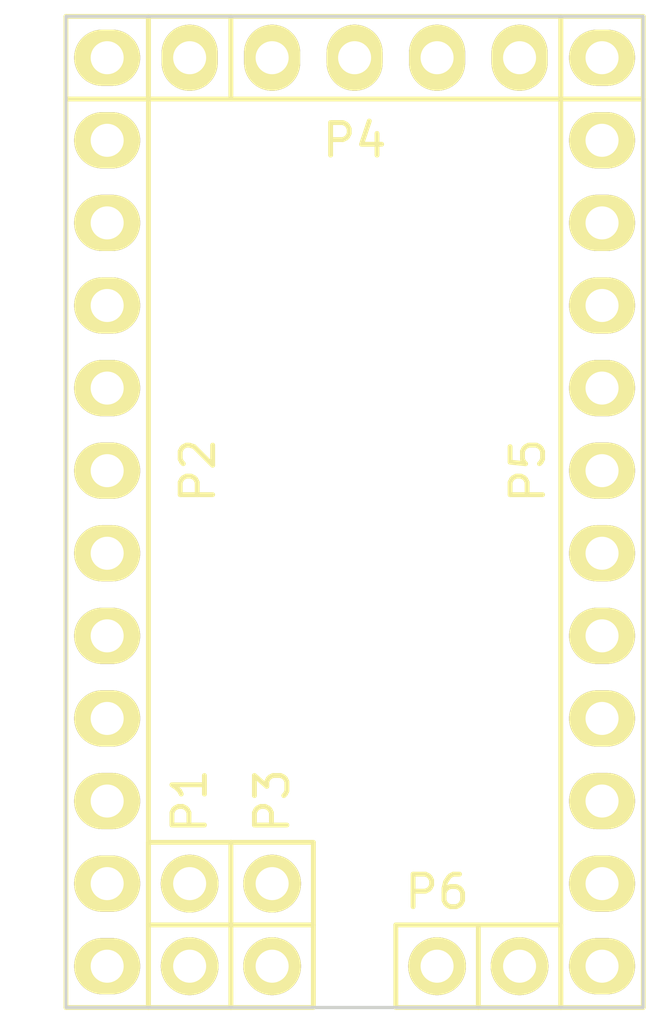
<source format=kicad_pcb>
(kicad_pcb (version 20221018) (generator pcbnew)
  (title_block (date "sam. 04 avril 2015"))
  (layers (0 "F.Cu" signal) (31 "B.Cu" signal) (34 "B.Paste" user) (35 "F.Paste" user) (36 "B.SilkS" user "B.Silkscreen") (37 "F.SilkS" user "F.Silkscreen") (38 "B.Mask" user) (39 "F.Mask" user) (44 "Edge.Cuts" user))
  (net 0 "")
  (net 1 "/A6")
  (net 2 "/A4")
  (net 3 "/1(Tx)")
  (net 4 "/0(Rx)")
  (net 5 "/Reset")
  (net 6 "GND")
  (net 7 "/2")
  (net 8 "/3(**)")
  (net 9 "/4")
  (net 10 "/5(**)")
  (net 11 "/6(**)")
  (net 12 "/7")
  (net 13 "/8")
  (net 14 "/9(**)")
  (net 15 "/A7")
  (net 16 "/A5")
  (net 17 "+5V")
  (net 18 "+9V")
  (net 19 "/A3")
  (net 20 "/A2")
  (net 21 "/A1")
  (net 22 "/A0")
  (net 23 "/13(SCK)")
  (net 24 "/10(**/SS)")
  (net 25 "/12(**/MISO)")
  (net 26 "/11(MOSI)")
  (footprint "Socket_Arduino_Mini:Socket_Strip_Arduino_1x12" (layer "F.Cu") (at 135.763 77.216 -90)
    (fp_text reference "P2" (at 12.7 -2.794 270) (layer "F.SilkS"))
    (fp_text value "Digital")
    (fp_line (start -1.27 -1.27) (end -1.27 1.27) (stroke (width 0.15)) (layer "F.SilkS"))
    (fp_line (start -1.27 1.27) (end 1.27 1.27) (stroke (width 0.15)) (layer "F.SilkS"))
    (fp_line (start 1.27 -1.27) (end -1.27 -1.27) (stroke (width 0.15)) (layer "F.SilkS"))
    (fp_line (start 1.27 1.27) (end 1.27 -1.27) (stroke (width 0.15)) (layer "F.SilkS"))
    (fp_line (start 1.27 1.27) (end 29.21 1.27) (stroke (width 0.15)) (layer "F.SilkS"))
    (fp_line (start 29.21 -1.27) (end 1.27 -1.27) (stroke (width 0.15)) (layer "F.SilkS"))
    (fp_line (start 29.21 1.27) (end 29.21 -1.27) (stroke (width 0.15)) (layer "F.SilkS"))
    (pad "1" thru_hole oval locked (at 0 0 270) (size 1.7272 2.032) (drill 1.016) (layers "*.Cu" "*.Mask" "F.SilkS") (net 3 "/1(Tx)"))
    (pad "2" thru_hole oval locked (at 2.54 0 270) (size 1.7272 2.032) (drill 1.016) (layers "*.Cu" "*.Mask" "F.SilkS") (net 4 "/0(Rx)"))
    (pad "3" thru_hole oval locked (at 5.08 0 270) (size 1.7272 2.032) (drill 1.016) (layers "*.Cu" "*.Mask" "F.SilkS") (net 5 "/Reset"))
    (pad "4" thru_hole oval locked (at 7.62 0 270) (size 1.7272 2.032) (drill 1.016) (layers "*.Cu" "*.Mask" "F.SilkS") (net 6 "GND"))
    (pad "5" thru_hole oval locked (at 10.16 0 270) (size 1.7272 2.032) (drill 1.016) (layers "*.Cu" "*.Mask" "F.SilkS") (net 7 "/2"))
    (pad "6" thru_hole oval locked (at 12.7 0 270) (size 1.7272 2.032) (drill 1.016) (layers "*.Cu" "*.Mask" "F.SilkS") (net 8 "/3(**)"))
    (pad "7" thru_hole oval locked (at 15.24 0 270) (size 1.7272 2.032) (drill 1.016) (layers "*.Cu" "*.Mask" "F.SilkS") (net 9 "/4"))
    (pad "8" thru_hole oval locked (at 17.78 0 270) (size 1.7272 2.032) (drill 1.016) (layers "*.Cu" "*.Mask" "F.SilkS") (net 10 "/5(**)"))
    (pad "9" thru_hole oval locked (at 20.32 0 270) (size 1.7272 2.032) (drill 1.016) (layers "*.Cu" "*.Mask" "F.SilkS") (net 11 "/6(**)"))
    (pad "10" thru_hole oval locked (at 22.86 0 270) (size 1.7272 2.032) (drill 1.016) (layers "*.Cu" "*.Mask" "F.SilkS") (net 12 "/7"))
    (pad "11" thru_hole oval locked (at 25.4 0 270) (size 1.7272 2.032) (drill 1.016) (layers "*.Cu" "*.Mask" "F.SilkS") (net 13 "/8"))
    (pad "12" thru_hole oval locked (at 27.94 0 270) (size 1.7272 2.032) (drill 1.016) (layers "*.Cu" "*.Mask" "F.SilkS") (net 14 "/9(**)"))
  )
  (footprint "Socket_Arduino_Mini:Socket_Strip_Arduino_1x05" (layer "F.Cu") (at 138.303 77.216)
    (fp_text reference "P4" (at 5.08 2.54) (layer "F.SilkS"))
    (fp_text value "COM")
    (fp_line (start -1.27 -1.27) (end -1.27 1.27) (stroke (width 0.15)) (layer "F.SilkS"))
    (fp_line (start -1.27 1.27) (end 1.27 1.27) (stroke (width 0.15)) (layer "F.SilkS"))
    (fp_line (start 1.27 -1.27) (end -1.27 -1.27) (stroke (width 0.15)) (layer "F.SilkS"))
    (fp_line (start 1.27 1.27) (end 1.27 -1.27) (stroke (width 0.15)) (layer "F.SilkS"))
    (fp_line (start 1.27 1.27) (end 11.43 1.27) (stroke (width 0.15)) (layer "F.SilkS"))
    (fp_line (start 11.43 -1.27) (end 1.27 -1.27) (stroke (width 0.15)) (layer "F.SilkS"))
    (fp_line (start 11.43 1.27) (end 11.43 -1.27) (stroke (width 0.15)) (layer "F.SilkS"))
    (pad "1" thru_hole oval locked (at 0 0) (size 1.7272 2.032) (drill 1.016) (layers "*.Cu" "*.Mask" "F.SilkS") (net 5 "/Reset"))
    (pad "2" thru_hole oval locked (at 2.54 0) (size 1.7272 2.032) (drill 1.016) (layers "*.Cu" "*.Mask" "F.SilkS") (net 3 "/1(Tx)"))
    (pad "3" thru_hole oval locked (at 5.08 0) (size 1.7272 2.032) (drill 1.016) (layers "*.Cu" "*.Mask" "F.SilkS") (net 4 "/0(Rx)"))
    (pad "4" thru_hole oval locked (at 7.62 0) (size 1.7272 2.032) (drill 1.016) (layers "*.Cu" "*.Mask" "F.SilkS") (net 17 "+5V"))
    (pad "5" thru_hole oval locked (at 10.16 0) (size 1.7272 2.032) (drill 1.016) (layers "*.Cu" "*.Mask" "F.SilkS") (net 6 "GND"))
  )
  (footprint "Socket_Arduino_Mini:Socket_Strip_Arduino_1x12" (layer "F.Cu") (at 151.003 77.216 -90)
    (fp_text reference "P5" (at 12.7 2.286 270) (layer "F.SilkS"))
    (fp_text value "Analog")
    (fp_line (start -1.27 -1.27) (end -1.27 1.27) (stroke (width 0.15)) (layer "F.SilkS"))
    (fp_line (start -1.27 1.27) (end 1.27 1.27) (stroke (width 0.15)) (layer "F.SilkS"))
    (fp_line (start 1.27 -1.27) (end -1.27 -1.27) (stroke (width 0.15)) (layer "F.SilkS"))
    (fp_line (start 1.27 1.27) (end 1.27 -1.27) (stroke (width 0.15)) (layer "F.SilkS"))
    (fp_line (start 1.27 1.27) (end 29.21 1.27) (stroke (width 0.15)) (layer "F.SilkS"))
    (fp_line (start 29.21 -1.27) (end 1.27 -1.27) (stroke (width 0.15)) (layer "F.SilkS"))
    (fp_line (start 29.21 1.27) (end 29.21 -1.27) (stroke (width 0.15)) (layer "F.SilkS"))
    (pad "1" thru_hole oval locked (at 0 0 270) (size 1.7272 2.032) (drill 1.016) (layers "*.Cu" "*.Mask" "F.SilkS") (net 18 "+9V"))
    (pad "2" thru_hole oval locked (at 2.54 0 270) (size 1.7272 2.032) (drill 1.016) (layers "*.Cu" "*.Mask" "F.SilkS") (net 6 "GND"))
    (pad "3" thru_hole oval locked (at 5.08 0 270) (size 1.7272 2.032) (drill 1.016) (layers "*.Cu" "*.Mask" "F.SilkS") (net 5 "/Reset"))
    (pad "4" thru_hole oval locked (at 7.62 0 270) (size 1.7272 2.032) (drill 1.016) (layers "*.Cu" "*.Mask" "F.SilkS") (net 17 "+5V"))
    (pad "5" thru_hole oval locked (at 10.16 0 270) (size 1.7272 2.032) (drill 1.016) (layers "*.Cu" "*.Mask" "F.SilkS") (net 19 "/A3"))
    (pad "6" thru_hole oval locked (at 12.7 0 270) (size 1.7272 2.032) (drill 1.016) (layers "*.Cu" "*.Mask" "F.SilkS") (net 20 "/A2"))
    (pad "7" thru_hole oval locked (at 15.24 0 270) (size 1.7272 2.032) (drill 1.016) (layers "*.Cu" "*.Mask" "F.SilkS") (net 21 "/A1"))
    (pad "8" thru_hole oval locked (at 17.78 0 270) (size 1.7272 2.032) (drill 1.016) (layers "*.Cu" "*.Mask" "F.SilkS") (net 22 "/A0"))
    (pad "9" thru_hole oval locked (at 20.32 0 270) (size 1.7272 2.032) (drill 1.016) (layers "*.Cu" "*.Mask" "F.SilkS") (net 23 "/13(SCK)"))
    (pad "10" thru_hole oval locked (at 22.86 0 270) (size 1.7272 2.032) (drill 1.016) (layers "*.Cu" "*.Mask" "F.SilkS") (net 25 "/12(**/MISO)"))
    (pad "11" thru_hole oval locked (at 25.4 0 270) (size 1.7272 2.032) (drill 1.016) (layers "*.Cu" "*.Mask" "F.SilkS") (net 26 "/11(MOSI)"))
    (pad "12" thru_hole oval locked (at 27.94 0 270) (size 1.7272 2.032) (drill 1.016) (layers "*.Cu" "*.Mask" "F.SilkS") (net 24 "/10(**/SS)"))
  )
  (footprint "Socket_Arduino_Mini:Socket_Strip_Arduino_1x02" (layer "F.Cu") (at 138.303 102.616 -90)
    (fp_text reference "P1" (at -2.54 0 270) (layer "F.SilkS"))
    (fp_text value "ADC")
    (fp_line (start -1.27 -1.27) (end -1.27 1.27) (stroke (width 0.15)) (layer "F.SilkS"))
    (fp_line (start -1.27 1.27) (end 1.27 1.27) (stroke (width 0.15)) (layer "F.SilkS"))
    (fp_line (start 1.27 -1.27) (end -1.27 -1.27) (stroke (width 0.15)) (layer "F.SilkS"))
    (fp_line (start 1.27 -1.27) (end 3.81 -1.27) (stroke (width 0.15)) (layer "F.SilkS"))
    (fp_line (start 1.27 1.27) (end 1.27 -1.27) (stroke (width 0.15)) (layer "F.SilkS"))
    (fp_line (start 3.81 -1.27) (end 3.81 1.27) (stroke (width 0.15)) (layer "F.SilkS"))
    (fp_line (start 3.81 1.27) (end 1.27 1.27) (stroke (width 0.15)) (layer "F.SilkS"))
    (pad "1" thru_hole circle locked (at 0 0 270) (size 1.778 1.778) (drill 1.016) (layers "*.Cu" "*.Mask" "F.SilkS") (net 1 "/A6"))
    (pad "2" thru_hole circle locked (at 2.54 0 270) (size 1.778 1.778) (drill 1.016) (layers "*.Cu" "*.Mask" "F.SilkS") (net 2 "/A4"))
  )
  (footprint "Socket_Arduino_Mini:Socket_Strip_Arduino_1x02" (layer "F.Cu") (at 140.843 102.616 -90)
    (fp_text reference "P3" (at -2.54 0 270) (layer "F.SilkS"))
    (fp_text value "ADC")
    (fp_line (start -1.27 -1.27) (end -1.27 1.27) (stroke (width 0.15)) (layer "F.SilkS"))
    (fp_line (start -1.27 1.27) (end 1.27 1.27) (stroke (width 0.15)) (layer "F.SilkS"))
    (fp_line (start 1.27 -1.27) (end -1.27 -1.27) (stroke (width 0.15)) (layer "F.SilkS"))
    (fp_line (start 1.27 -1.27) (end 3.81 -1.27) (stroke (width 0.15)) (layer "F.SilkS"))
    (fp_line (start 1.27 1.27) (end 1.27 -1.27) (stroke (width 0.15)) (layer "F.SilkS"))
    (fp_line (start 3.81 -1.27) (end 3.81 1.27) (stroke (width 0.15)) (layer "F.SilkS"))
    (fp_line (start 3.81 1.27) (end 1.27 1.27) (stroke (width 0.15)) (layer "F.SilkS"))
    (pad "1" thru_hole circle locked (at 0 0 270) (size 1.778 1.778) (drill 1.016) (layers "*.Cu" "*.Mask" "F.SilkS") (net 15 "/A7"))
    (pad "2" thru_hole circle locked (at 2.54 0 270) (size 1.778 1.778) (drill 1.016) (layers "*.Cu" "*.Mask" "F.SilkS") (net 16 "/A5"))
  )
  (footprint "Socket_Arduino_Mini:Socket_Strip_Arduino_1x02" (layer "F.Cu") (at 145.923 105.156)
    (fp_text reference "P6" (at 0 -2.286) (layer "F.SilkS"))
    (fp_text value "PWR")
    (fp_line (start -1.27 -1.27) (end -1.27 1.27) (stroke (width 0.15)) (layer "F.SilkS"))
    (fp_line (start -1.27 1.27) (end 1.27 1.27) (stroke (width 0.15)) (layer "F.SilkS"))
    (fp_line (start 1.27 -1.27) (end -1.27 -1.27) (stroke (width 0.15)) (layer "F.SilkS"))
    (fp_line (start 1.27 -1.27) (end 3.81 -1.27) (stroke (width 0.15)) (layer "F.SilkS"))
    (fp_line (start 1.27 1.27) (end 1.27 -1.27) (stroke (width 0.15)) (layer "F.SilkS"))
    (fp_line (start 3.81 -1.27) (end 3.81 1.27) (stroke (width 0.15)) (layer "F.SilkS"))
    (fp_line (start 3.81 1.27) (end 1.27 1.27) (stroke (width 0.15)) (layer "F.SilkS"))
    (pad "1" thru_hole circle locked (at 0 0) (size 1.778 1.778) (drill 1.016) (layers "*.Cu" "*.Mask" "F.SilkS") (net 17 "+5V"))
    (pad "2" thru_hole circle locked (at 2.54 0) (size 1.778 1.778) (drill 1.016) (layers "*.Cu" "*.Mask" "F.SilkS") (net 6 "GND"))
  )
  (gr_line (start 134.493 106.426) (end 152.273 106.426) (stroke (width 0.1)) (layer "Edge.Cuts"))
  (gr_line (start 134.493 75.946) (end 134.493 106.426) (stroke (width 0.1)) (layer "Edge.Cuts"))
  (gr_line (start 152.273 106.426) (end 152.273 75.946) (stroke (width 0.1)) (layer "Edge.Cuts"))
  (gr_line (start 152.273 75.946) (end 134.493 75.946) (stroke (width 0.1)) (layer "Edge.Cuts"))
)
</source>
